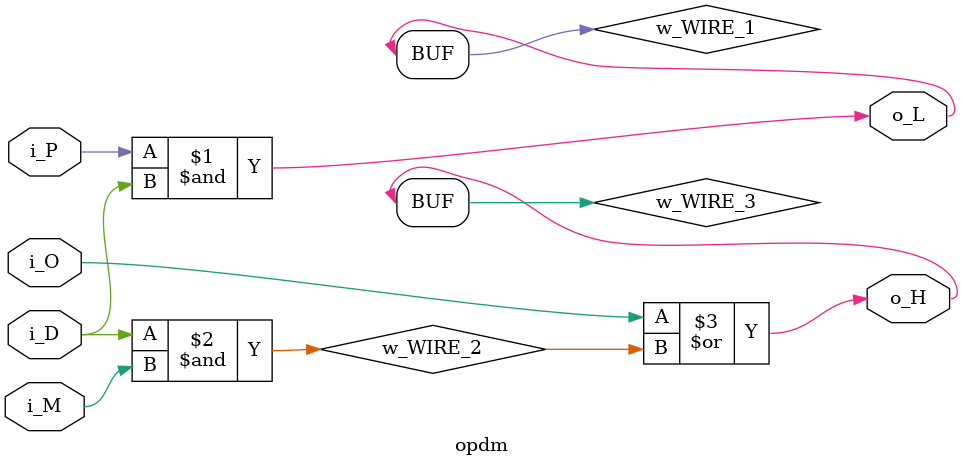
<source format=v>
module opdm
	(
	i_O,
	i_P,
	i_D,
  i_M,
	o_H,
	o_L
	);

    input i_O;
    input i_P;
    input i_D;
    input i_M;
    output o_H;
    output o_L;

    wire w_WIRE_1;
    wire w_WIRE_2;
    wire w_WIRE_3;

    assign w_WIRE_1 = i_P & i_D;
    assign w_WIRE_2 = i_D & i_M;
    assign w_WIRE_3 = i_O | w_WIRE_2;


    assign o_L = w_WIRE_1;
    assign o_H = w_WIRE_3;
endmodule

</source>
